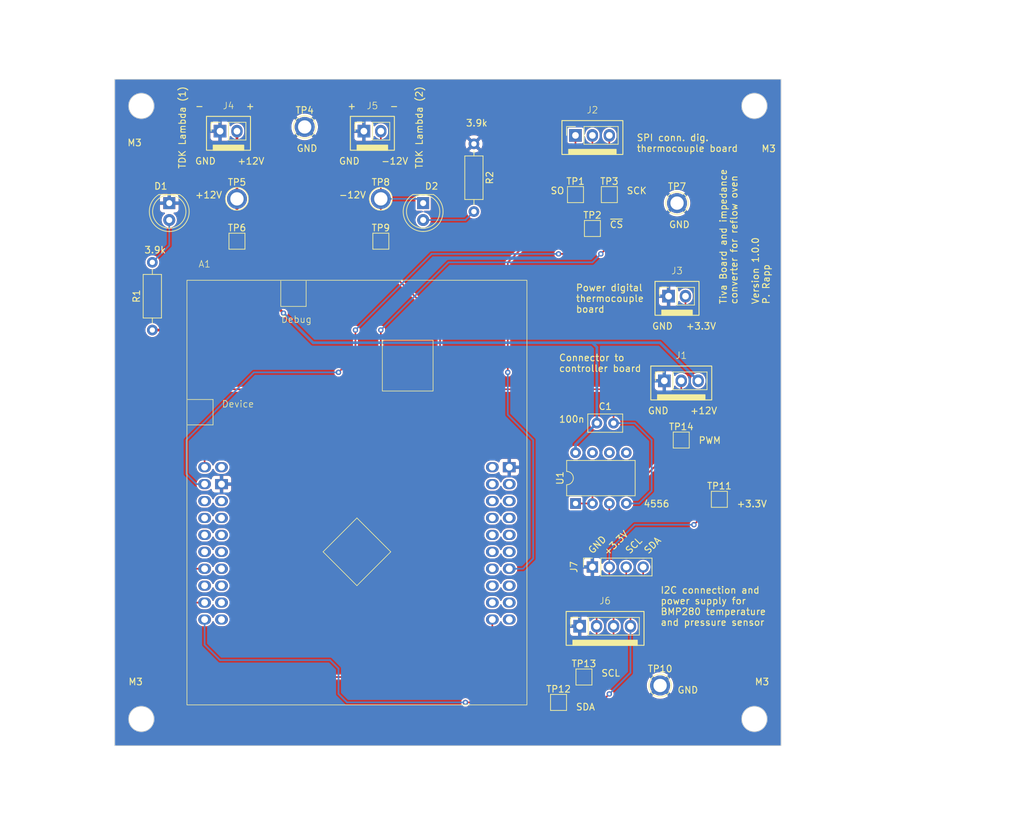
<source format=kicad_pcb>
(kicad_pcb (version 20221018) (generator pcbnew)
  (title_block (title "Reflow Oven Tiva and Impedance Converter") (date "2024-10-05") (rev "1.0.0") (company "Philipp Rapp"))
  (layers (0 "F.Cu" signal) (31 "B.Cu" signal) (34 "B.Paste" user) (35 "F.Paste" user) (36 "B.SilkS" user "B.Silkscreen") (37 "F.SilkS" user "F.Silkscreen") (38 "B.Mask" user) (39 "F.Mask" user) (44 "Edge.Cuts" user))
  (net 0 "")
  (net 1 "+3.3V")
  (net 2 "/~{CS}")
  (net 4 "/SCK")
  (net 5 "GND")
  (net 9 "/PF4")
  (net 11 "+12V")
  (net 12 "-12V")
  (net 13 "Net-(J1-Pin_2)")
  (net 18 "/SO")
  (net 19 "/BMP_SCL")
  (net 20 "/BMP_SDA")
  (net 21 "Net-(D1-A)")
  (net 22 "Net-(D2-A)")
  (footprint "connectors:printstecker_1x02_P2.54mm" (layer "F.Cu") (at 153.67 57.785)
    (fp_text reference "J5" (at 0 -3.81 unlocked) (layer "F.SilkS") (effects (font (thickness 0.1))))
    (fp_text value "Printstecker_1x02")
    (fp_line (start -2.6 -1.33) (end -1.27 -1.33) (stroke (width 0.12)) (layer "F.SilkS"))
    (fp_line (start -2.6 0) (end -2.6 -1.33) (stroke (width 0.12)) (layer "F.SilkS"))
    (fp_line (start 0 -1.33) (end 2.61 -1.33) (stroke (width 0.12)) (layer "F.SilkS"))
    (fp_line (start 0 1.33) (end 0 -1.33) (stroke (width 0.12)) (layer "F.SilkS"))
    (fp_line (start 0 1.33) (end 2.61 1.33) (stroke (width 0.12)) (layer "F.SilkS"))
    (fp_line (start 2.61 1.33) (end 2.61 -1.33) (stroke (width 0.12)) (layer "F.SilkS"))
    (fp_rect (start -3.302 -2.22) (end 3.302 2.86) (stroke (width 0.15)) (fill none) (layer "F.SilkS"))
    (fp_rect (start -2.286 2.098) (end 2.286 2.86) (stroke (width 0.15)) (fill solid) (layer "F.SilkS"))
    (pad "1" thru_hole rect (at -1.27 0 180) (size 1.9 1.9) (drill 1) (layers "*.Cu" "*.Mask") (net 5 "GND"))
    (pad "2" thru_hole oval (at 1.27 0 90) (size 1.9 1.7) (drill 1) (layers "*.Cu" "*.Mask") (net 12 "-12V"))
  )
  (footprint "TestPoint:TestPoint_Pad_2.0x2.0mm" (layer "F.Cu") (at 133.35 74.295)
    (fp_text reference "TP6" (at 0 -1.998) (layer "F.SilkS"))
    (fp_text value "TestPoint")
    (fp_line (start -1.2 -1.2) (end 1.2 -1.2) (stroke (width 0.12)) (layer "F.SilkS"))
    (fp_line (start -1.2 1.2) (end -1.2 -1.2) (stroke (width 0.12)) (layer "F.SilkS"))
    (fp_line (start 1.2 -1.2) (end 1.2 1.2) (stroke (width 0.12)) (layer "F.SilkS"))
    (fp_line (start 1.2 1.2) (end -1.2 1.2) (stroke (width 0.12)) (layer "F.SilkS"))
    (pad "1" smd rect (at 0 0) (size 2 2) (layers "F.Cu" "F.Mask") (net 11 "+12V"))
  )
  (footprint "Resistor_THT:R_Axial_DIN0207_L6.3mm_D2.5mm_P10.16mm_Horizontal" (layer "F.Cu") (at 168.91 59.69 -90)
    (fp_text reference "R2" (at 5.08 -2.37 90) (layer "F.SilkS"))
    (fp_text value "3.9k")
    (fp_line (start 1.04 0) (end 1.81 0) (stroke (width 0.12)) (layer "F.SilkS"))
    (fp_line (start 1.81 -1.37) (end 1.81 1.37) (stroke (width 0.12)) (layer "F.SilkS"))
    (fp_line (start 1.81 1.37) (end 8.35 1.37) (stroke (width 0.12)) (layer "F.SilkS"))
    (fp_line (start 8.35 -1.37) (end 1.81 -1.37) (stroke (width 0.12)) (layer "F.SilkS"))
    (fp_line (start 8.35 1.37) (end 8.35 -1.37) (stroke (width 0.12)) (layer "F.SilkS"))
    (fp_line (start 9.12 0) (end 8.35 0) (stroke (width 0.12)) (layer "F.SilkS"))
    (pad "1" thru_hole circle (at 0 0 270) (size 1.6 1.6) (drill 0.8) (layers "*.Cu" "*.Mask") (net 5 "GND"))
    (pad "2" thru_hole oval (at 10.16 0 270) (size 1.6 1.6) (drill 0.8) (layers "*.Cu" "*.Mask") (net 22 "Net-(D2-A)"))
  )
  (footprint "connectors:printstecker_1x02_P2.54mm" (layer "F.Cu") (at 199.39 82.55)
    (fp_text reference "J3" (at 0 -3.81 unlocked) (layer "F.SilkS") (effects (font (thickness 0.1))))
    (fp_text value "Printstecker_1x02")
    (fp_line (start -2.6 -1.33) (end -1.27 -1.33) (stroke (width 0.12)) (layer "F.SilkS"))
    (fp_line (start -2.6 0) (end -2.6 -1.33) (stroke (width 0.12)) (layer "F.SilkS"))
    (fp_line (start 0 -1.33) (end 2.61 -1.33) (stroke (width 0.12)) (layer "F.SilkS"))
    (fp_line (start 0 1.33) (end 0 -1.33) (stroke (width 0.12)) (layer "F.SilkS"))
    (fp_line (start 0 1.33) (end 2.61 1.33) (stroke (width 0.12)) (layer "F.SilkS"))
    (fp_line (start 2.61 1.33) (end 2.61 -1.33) (stroke (width 0.12)) (layer "F.SilkS"))
    (fp_rect (start -3.302 -2.22) (end 3.302 2.86) (stroke (width 0.15)) (fill none) (layer "F.SilkS"))
    (fp_rect (start -2.286 2.098) (end 2.286 2.86) (stroke (width 0.15)) (fill solid) (layer "F.SilkS"))
    (pad "1" thru_hole rect (at -1.27 0 180) (size 1.9 1.9) (drill 1) (layers "*.Cu" "*.Mask") (net 5 "GND"))
    (pad "2" thru_hole oval (at 1.27 0 90) (size 1.9 1.7) (drill 1) (layers "*.Cu" "*.Mask") (net 1 "+3.3V"))
  )
  (footprint "TestPoint:TestPoint_Pad_2.0x2.0mm" (layer "F.Cu") (at 205.74 113.03)
    (fp_text reference "TP11" (at 0 -1.998) (layer "F.SilkS"))
    (fp_text value "TestPoint")
    (fp_line (start -1.2 -1.2) (end 1.2 -1.2) (stroke (width 0.12)) (layer "F.SilkS"))
    (fp_line (start -1.2 1.2) (end -1.2 -1.2) (stroke (width 0.12)) (layer "F.SilkS"))
    (fp_line (start 1.2 -1.2) (end 1.2 1.2) (stroke (width 0.12)) (layer "F.SilkS"))
    (fp_line (start 1.2 1.2) (end -1.2 1.2) (stroke (width 0.12)) (layer "F.SilkS"))
    (pad "1" smd rect (at 0 0) (size 2 2) (layers "F.Cu" "F.Mask") (net 1 "+3.3V"))
  )
  (footprint "TestPoint:TestPoint_Pad_2.0x2.0mm" (layer "F.Cu") (at 181.61 143.51)
    (fp_text reference "TP12" (at 0 -1.998) (layer "F.SilkS"))
    (fp_text value "TestPoint")
    (fp_line (start -1.2 -1.2) (end 1.2 -1.2) (stroke (width 0.12)) (layer "F.SilkS"))
    (fp_line (start -1.2 1.2) (end -1.2 -1.2) (stroke (width 0.12)) (layer "F.SilkS"))
    (fp_line (start 1.2 -1.2) (end 1.2 1.2) (stroke (width 0.12)) (layer "F.SilkS"))
    (fp_line (start 1.2 1.2) (end -1.2 1.2) (stroke (width 0.12)) (layer "F.SilkS"))
    (pad "1" smd rect (at 0 0) (size 2 2) (layers "F.Cu" "F.Mask") (net 20 "/BMP_SDA"))
  )
  (footprint "LED_THT:LED_D5.0mm" (layer "F.Cu") (at 161.29 68.58 -90)
    (fp_text reference "D2" (at -2.54 -1.27) (layer "F.SilkS"))
    (fp_text value "LED")
    (fp_line (start -1.29 -1.545) (end -1.29 1.545) (stroke (width 0.12)) (layer "F.SilkS"))
    (fp_arc (start -1.29 -1.54483) (mid 2.072002 -2.880433) (end 4.26 0.000462) (stroke (width 0.12)) (layer "F.SilkS"))
    (fp_arc (start 4.26 -0.000462) (mid 2.072002 2.880433) (end -1.29 1.54483) (stroke (width 0.12)) (layer "F.SilkS"))
    (fp_circle (center 1.27 0) (end 3.77 0) (stroke (width 0.12)) (fill none) (layer "F.SilkS"))
    (pad "1" thru_hole rect (at 0 0 270) (size 1.8 1.8) (drill 0.9) (layers "*.Cu" "*.Mask") (net 12 "-12V"))
    (pad "2" thru_hole circle (at 2.54 0 270) (size 1.8 1.8) (drill 0.9) (layers "*.Cu" "*.Mask") (net 22 "Net-(D2-A)"))
  )
  (footprint "Connector_PinSocket_2.54mm:PinSocket_1x04_P2.54mm_Vertical" (layer "F.Cu") (at 186.69 123.19 90)
    (fp_text reference "J7" (at 0 -2.77 90) (layer "F.SilkS"))
    (fp_text value "Conn_01x04_Socket")
    (fp_line (start -1.33 1.27) (end -1.33 8.95) (stroke (width 0.12)) (layer "F.SilkS"))
    (fp_line (start -1.33 1.27) (end 1.33 1.27) (stroke (width 0.12)) (layer "F.SilkS"))
    (fp_line (start -1.33 8.95) (end 1.33 8.95) (stroke (width 0.12)) (layer "F.SilkS"))
    (fp_line (start 0 -1.33) (end 1.33 -1.33) (stroke (width 0.12)) (layer "F.SilkS"))
    (fp_line (start 1.33 -1.33) (end 1.33 0) (stroke (width 0.12)) (layer "F.SilkS"))
    (fp_line (start 1.33 1.27) (end 1.33 8.95) (stroke (width 0.12)) (layer "F.SilkS"))
    (pad "1" thru_hole rect (at 0 0 90) (size 1.7 1.7) (drill 1) (layers "*.Cu" "*.Mask") (net 5 "GND"))
    (pad "2" thru_hole oval (at 0 2.54 90) (size 1.7 1.7) (drill 1) (layers "*.Cu" "*.Mask") (net 1 "+3.3V"))
    (pad "3" thru_hole oval (at 0 5.08 90) (size 1.7 1.7) (drill 1) (layers "*.Cu" "*.Mask") (net 19 "/BMP_SCL"))
    (pad "4" thru_hole oval (at 0 7.62 90) (size 1.7 1.7) (drill 1) (layers "*.Cu" "*.Mask") (net 20 "/BMP_SDA"))
  )
  (footprint "TestPoint:TestPoint_Plated_Hole_D2.0mm" (layer "F.Cu") (at 133.35 67.945)
    (fp_text reference "TP5" (at 0 -2.498) (layer "F.SilkS"))
    (fp_text value "TestPoint")
    (fp_circle (center 0 0) (end 0 -1.7) (stroke (width 0.12)) (fill none) (layer "F.SilkS"))
    (pad "1" thru_hole circle (at 0 0) (size 3 3) (drill 2) (layers "*.Cu" "*.Mask") (net 11 "+12V"))
  )
  (footprint "Resistor_THT:R_Axial_DIN0207_L6.3mm_D2.5mm_P10.16mm_Horizontal" (layer "F.Cu") (at 120.65 87.63 90)
    (fp_text reference "R1" (at 5.08 -2.37 90) (layer "F.SilkS"))
    (fp_text value "3.9k")
    (fp_line (start 1.04 0) (end 1.81 0) (stroke (width 0.12)) (layer "F.SilkS"))
    (fp_line (start 1.81 -1.37) (end 1.81 1.37) (stroke (width 0.12)) (layer "F.SilkS"))
    (fp_line (start 1.81 1.37) (end 8.35 1.37) (stroke (width 0.12)) (layer "F.SilkS"))
    (fp_line (start 8.35 -1.37) (end 1.81 -1.37) (stroke (width 0.12)) (layer "F.SilkS"))
    (fp_line (start 8.35 1.37) (end 8.35 -1.37) (stroke (width 0.12)) (layer "F.SilkS"))
    (fp_line (start 9.12 0) (end 8.35 0) (stroke (width 0.12)) (layer "F.SilkS"))
    (pad "1" thru_hole circle (at 0 0 90) (size 1.6 1.6) (drill 0.8) (layers "*.Cu" "*.Mask") (net 11 "+12V"))
    (pad "2" thru_hole oval (at 10.16 0 90) (size 1.6 1.6) (drill 0.8) (layers "*.Cu" "*.Mask") (net 21 "Net-(D1-A)"))
  )
  (footprint "TestPoint:TestPoint_Pad_2.0x2.0mm" (layer "F.Cu") (at 200.025 104.14)
    (fp_text reference "TP14" (at 0 -1.998) (layer "F.SilkS"))
    (fp_text value "TestPoint")
    (fp_line (start -1.2 -1.2) (end 1.2 -1.2) (stroke (width 0.12)) (layer "F.SilkS"))
    (fp_line (start -1.2 1.2) (end -1.2 -1.2) (stroke (width 0.12)) (layer "F.SilkS"))
    (fp_line (start 1.2 -1.2) (end 1.2 1.2) (stroke (width 0.12)) (layer "F.SilkS"))
    (fp_line (start 1.2 1.2) (end -1.2 1.2) (stroke (width 0.12)) (layer "F.SilkS"))
    (pad "1" smd rect (at 0 0) (size 2 2) (layers "F.Cu" "F.Mask") (net 13 "Net-(J1-Pin_2)"))
  )
  (footprint "TestPoint:TestPoint_Plated_Hole_D2.0mm" (layer "F.Cu") (at 199.39 68.58)
    (fp_text reference "TP7" (at 0 -2.498) (layer "F.SilkS"))
    (fp_text value "TestPoint")
    (fp_circle (center 0 0) (end 0 -1.7) (stroke (width 0.12)) (fill none) (layer "F.SilkS"))
    (pad "1" thru_hole circle (at 0 0) (size 3 3) (drill 2) (layers "*.Cu" "*.Mask") (net 5 "GND"))
  )
  (footprint "TestPoint:TestPoint_Pad_2.0x2.0mm" (layer "F.Cu") (at 186.69 72.39)
    (fp_text reference "TP2" (at 0 -1.998) (layer "F.SilkS"))
    (fp_text value "TestPoint")
    (fp_line (start -1.2 -1.2) (end 1.2 -1.2) (stroke (width 0.12)) (layer "F.SilkS"))
    (fp_line (start -1.2 1.2) (end -1.2 -1.2) (stroke (width 0.12)) (layer "F.SilkS"))
    (fp_line (start 1.2 -1.2) (end 1.2 1.2) (stroke (width 0.12)) (layer "F.SilkS"))
    (fp_line (start 1.2 1.2) (end -1.2 1.2) (stroke (width 0.12)) (layer "F.SilkS"))
    (pad "1" smd rect (at 0 0) (size 2 2) (layers "F.Cu" "F.Mask") (net 2 "/~{CS}"))
  )
  (footprint "LED_THT:LED_D5.0mm" (layer "F.Cu") (at 123.19 68.58 -90)
    (fp_text reference "D1" (at -2.54 1.27 -180) (layer "F.SilkS"))
    (fp_text value "LED")
    (fp_line (start -1.29 -1.545) (end -1.29 1.545) (stroke (width 0.12)) (layer "F.SilkS"))
    (fp_arc (start -1.29 -1.54483) (mid 2.072002 -2.880433) (end 4.26 0.000462) (stroke (width 0.12)) (layer "F.SilkS"))
    (fp_arc (start 4.26 -0.000462) (mid 2.072002 2.880433) (end -1.29 1.54483) (stroke (width 0.12)) (layer "F.SilkS"))
    (fp_circle (center 1.27 0) (end 3.77 0) (stroke (width 0.12)) (fill none) (layer "F.SilkS"))
    (pad "1" thru_hole rect (at 0 0 270) (size 1.8 1.8) (drill 0.9) (layers "*.Cu" "*.Mask") (net 5 "GND"))
    (pad "2" thru_hole circle (at 2.54 0 270) (size 1.8 1.8) (drill 0.9) (layers "*.Cu" "*.Mask") (net 21 "Net-(D1-A)"))
  )
  (footprint "cortex:TM4C123G_EvalBoard" (layer "F.Cu") (at 151.354 120.91)
    (fp_text reference "A1" (at -22.86 -43.18 unlocked) (layer "F.SilkS") (effects (font (thickness 0.1))))
    (fp_text value "TM4C123G_EvalBoard")
    (fp_text user "Device" (at -20.32 -21.59 unlocked) (layer "F.SilkS") (effects (font (thickness 0.1)) (justify left bottom)))
    (fp_text user "Debug" (at -11.43 -34.29 unlocked) (layer "F.SilkS") (effects (font (thickness 0.1)) (justify left bottom)))
    (fp_line (start -25.4 -22.86) (end -21.59 -22.86) (stroke (width 0.1)) (layer "F.SilkS"))
    (fp_line (start -21.59 -22.86) (end -21.59 -19.05) (stroke (width 0.1)) (layer "F.SilkS"))
    (fp_line (start -21.59 -19.05) (end -25.4 -19.05) (stroke (width 0.1)) (layer "F.SilkS"))
    (fp_line (start -11.43 -40.64) (end -11.43 -36.83) (stroke (width 0.1)) (layer "F.SilkS"))
    (fp_line (start -11.43 -36.83) (end -7.62 -36.83) (stroke (width 0.1)) (layer "F.SilkS"))
    (fp_line (start -7.62 -36.83) (end -7.62 -40.64) (stroke (width 0.1)) (layer "F.SilkS"))
    (fp_line (start -5.08 0) (end 0 5.08) (stroke (width 0.1)) (layer "F.SilkS"))
    (fp_line (start 0 -5.08) (end -5.08 0) (stroke (width 0.1)) (layer "F.SilkS"))
    (fp_line (start 0 5.08) (end 5.08 0) (stroke (width 0.1)) (layer "F.SilkS"))
    (fp_line (start 5.08 0) (end 0 -5.08) (stroke (width 0.1)) (layer "F.SilkS"))
    (fp_rect (start -25.51 -40.75) (end 25.51 22.97) (stroke (width 0.1)) (fill none) (layer "F.SilkS"))
    (fp_rect (start 3.81 -31.75) (end 11.43 -24.13) (stroke (width 0.1)) (fill none) (layer "F.SilkS"))
    (pad "1" thru_hole oval (at -22.86 -12.7) (size 1.92 1.52) (drill 1.02) (layers "*.Cu" "*.Mask") (net 1 "+3.3V"))
    (pad "2" thru_hole oval (at -22.86 -10.16) (size 1.92 1.52) (drill 1.02) (layers "*.Cu" "*.Mask") (net 2 "/~{CS}"))
    (pad "3" thru_hole oval (at -22.86 -7.62) (size 1.92 1.52) (drill 1.02) (layers "*.Cu" "*.Mask"))
    (pad "4" thru_hole oval (at -22.86 -5.08) (size 1.92 1.52) (drill 1.02) (layers "*.Cu" "*.Mask"))
    (pad "5" thru_hole oval (at -22.86 -2.54) (size 1.92 1.52) (drill 1.02) (layers "*.Cu" "*.Mask"))
    (pad "6" thru_hole oval (at -22.86 0) (size 1.92 1.52) (drill 1.02) (layers "*.Cu" "*.Mask"))
    (pad "7" thru_hole oval (at -22.86 2.54) (size 1.92 1.52) (drill 1.02) (layers "*.Cu" "*.Mask") (net 4 "/SCK"))
    (pad "8" thru_hole oval (at -22.86 5.08) (size 1.92 1.52) (drill 1.02) (layers "*.Cu" "*.Mask"))
    (pad "9" thru_hole oval (at -22.86 7.62) (size 1.92 1.52) (drill 1.02) (layers "*.Cu" "*.Mask") (net 19 "/BMP_SCL"))
    (pad "10" thru_hole oval (at -22.86 10.16) (size 1.92 1.52) (drill 1.02) (layers "*.Cu" "*.Mask") (net 20 "/BMP_SDA"))
    (pad "11" thru_hole oval (at -20.32 -12.7) (size 1.92 1.52) (drill 1.02) (layers "*.Cu" "*.Mask"))
    (pad "12" thru_hole rect (at -20.32 -10.16) (size 1.92 1.52) (drill 1.02) (layers "*.Cu" "*.Mask") (net 5 "GND"))
    (pad "13" thru_hole oval (at -20.32 -7.62) (size 1.92 1.52) (drill 1.02) (layers "*.Cu" "*.Mask"))
    (pad "14" thru_hole oval (at -20.32 -5.08) (size 1.92 1.52) (drill 1.02) (layers "*.Cu" "*.Mask"))
    (pad "15" thru_hole oval (at -20.32 -2.54) (size 1.92 1.52) (drill 1.02) (layers "*.Cu" "*.Mask"))
    (pad "16" thru_hole oval (at -20.32 0) (size 1.92 1.52) (drill 1.02) (layers "*.Cu" "*.Mask"))
    (pad "17" thru_hole oval (at -20.32 2.54) (size 1.92 1.52) (drill 1.02) (layers "*.Cu" "*.Mask"))
    (pad "18" thru_hole oval (at -20.32 5.08) (size 1.92 1.52) (drill 1.02) (layers "*.Cu" "*.Mask"))
    (pad "19" thru_hole oval (at -20.32 7.62) (size 1.92 1.52) (drill 1.02) (layers "*.Cu" "*.Mask"))
    (pad "20" thru_hole oval (at -20.32 10.16) (size 1.92 1.52) (drill 1.02) (layers "*.Cu" "*.Mask"))
    (pad "21" thru_hole oval (at 20.32 -12.7) (size 1.92 1.52) (drill 1.02) (layers "*.Cu" "*.Mask"))
    (pad "22" thru_hole oval (at 20.32 -10.16) (size 1.92 1.52) (drill 1.02) (layers "*.Cu" "*.Mask"))
    (pad "23" thru_hole oval (at 20.32 -7.62) (size 1.92 1.52) (drill 1.02) (layers "*.Cu" "*.Mask"))
    (pad "24" thru_hole oval (at 20.32 -5.08) (size 1.92 1.52) (drill 1.02) (layers "*.Cu" "*.Mask"))
    (pad "25" thru_hole oval (at 20.32 -2.54) (size 1.92 1.52) (drill 1.02) (layers "*.Cu" "*.Mask"))
    (pad "26" thru_hole oval (at 20.32 0) (size 1.92 1.52) (drill 1.02) (layers "*.Cu" "*.Mask"))
    (pad "27" thru_hole oval (at 20.32 2.54) (size 1.92 1.52) (drill 1.02) (layers "*.Cu" "*.Mask"))
    (pad "28" thru_hole oval (at 20.32 5.08) (size 1.92 1.52) (drill 1.02) (layers "*.Cu" "*.Mask"))
    (pad "29" thru_hole oval (at 20.32 7.62) (size 1.92 1.52) (drill 1.02) (layers "*.Cu" "*.Mask"))
    (pad "30" thru_hole oval (at 20.32 10.16) (size 1.92 1.52) (drill 1.02) (layers "*.Cu" "*.Mask") (net 9 "/PF4"))
    (pad "31" thru_hole rect (at 22.86 -12.7) (size 1.92 1.52) (drill 1.02) (layers "*.Cu" "*.Mask") (net 5 "GND"))
    (pad "32" thru_hole oval (at 22.86 -10.16) (size 1.92 1.52) (drill 1.02) (layers "*.Cu" "*.Mask"))
    (pad "33" thru_hole oval (at 22.86 -7.62) (size 1.92 1.52) (drill 1.02) (layers "*.Cu" "*.Mask"))
    (pad "34" thru_hole oval (at 22.86 -5.08) (size 1.92 1.52) (drill 1.02) (layers "*.Cu" "*.Mask"))
    (pad "35" thru_hole oval (at 22.86 -2.54) (size 1.92 1.52) (drill 1.02) (layers "*.Cu" "*.Mask"))
    (pad "36" thru_hole oval (at 22.86 0) (size 1.92 1.52) (drill 1.02) (layers "*.Cu" "*.Mask"))
    (pad "37" thru_hole oval (at 22.86 2.54) (size 1.92 1.52) (drill 1.02) (layers "*.Cu" "*.Mask") (net 18 "/SO"))
    (pad "38" thru_hole oval (at 22.86 5.08) (size 1.92 1.52) (drill 1.02) (layers "*.Cu" "*.Mask"))
    (pad "39" thru_hole oval (at 22.86 7.62) (size 1.92 1.52) (drill 1.02) (layers "*.Cu" "*.Mask"))
    (pad "40" thru_hole oval (at 22.86 10.16) (size 1.92 1.52) (drill 1.02) (layers "*.Cu" "*.Mask"))
  )
  (footprint "connectors:printstecker_1x02_P2.54mm" (layer "F.Cu") (at 132.08 57.785)
    (fp_text reference "J4" (at 0 -3.81 unlocked) (layer "F.SilkS") (effects (font (thickness 0.1))))
    (fp_text value "Printstecker_1x02")
    (fp_line (start -2.6 -1.33) (end -1.27 -1.33) (stroke (width 0.12)) (layer "F.SilkS"))
    (fp_line (start -2.6 0) (end -2.6 -1.33) (stroke (width 0.12)) (layer "F.SilkS"))
    (fp_line (start 0 -1.33) (end 2.61 -1.33) (stroke (width 0.12)) (layer "F.SilkS"))
    (fp_line (start 0 1.33) (end 0 -1.33) (stroke (width 0.12)) (layer "F.SilkS"))
    (fp_line (start 0 1.33) (end 2.61 1.33) (stroke (width 0.12)) (layer "F.SilkS"))
    (fp_line (start 2.61 1.33) (end 2.61 -1.33) (stroke (width 0.12)) (layer "F.SilkS"))
    (fp_rect (start -3.302 -2.22) (end 3.302 2.86) (stroke (width 0.15)) (fill none) (layer "F.SilkS"))
    (fp_rect (start -2.286 2.098) (end 2.286 2.86) (stroke (width 0.15)) (fill solid) (layer "F.SilkS"))
    (pad "1" thru_hole rect (at -1.27 0 180) (size 1.9 1.9) (drill 1) (layers "*.Cu" "*.Mask") (net 5 "GND"))
    (pad "2" thru_hole oval (at 1.27 0 90) (size 1.9 1.7) (drill 1) (layers "*.Cu" "*.Mask") (net 11 "+12V"))
  )
  (footprint "connectors:printstecker_1x03_P2.54mm" (layer "F.Cu") (at 186.69 58.42)
    (fp_text reference "J2" (at 0 -3.81 unlocked) (layer "F.SilkS") (effects (font (thickness 0.1))))
    (fp_text value "Printstecker_1x03")
    (fp_line (start -3.87 -1.33) (end -2.54 -1.33) (stroke (width 0.12)) (layer "F.SilkS"))
    (fp_line (start -3.87 0) (end -3.87 -1.33) (stroke (width 0.12)) (layer "F.SilkS"))
    (fp_line (start -1.27 -1.33) (end 3.87 -1.33) (stroke (width 0.12)) (layer "F.SilkS"))
    (fp_line (start -1.27 1.33) (end -1.27 -1.33) (stroke (width 0.12)) (layer "F.SilkS"))
    (fp_line (start -1.27 1.33) (end 3.87 1.33) (stroke (width 0.12)) (layer "F.SilkS"))
    (fp_line (start 3.87 1.33) (end 3.87 -1.33) (stroke (width 0.12)) (layer "F.SilkS"))
    (fp_rect (start -4.572 -2.22) (end 4.572 2.86) (stroke (width 0.15)) (fill none) (layer "F.SilkS"))
    (fp_rect (start -3.556 2.098) (end 3.556 2.86) (stroke (width 0.15)) (fill solid) (layer "F.SilkS"))
    (pad "1" thru_hole rect (at -2.54 0 90) (size 1.9 1.9) (drill 1) (layers "*.Cu" "*.Mask") (net 18 "/SO"))
    (pad "2" thru_hole oval (at 0 0 90) (size 1.9 1.7) (drill 1) (layers "*.Cu" "*.Mask") (net 2 "/~{CS}"))
    (pad "3" thru_hole oval (at 2.54 0 90) (size 1.9 1.7) (drill 1) (layers "*.Cu" "*.Mask") (net 4 "/SCK"))
  )
  (footprint "Capacitor_THT:C_Disc_D5.0mm_W2.5mm_P2.50mm" (layer "F.Cu") (at 187.365 101.6)
    (fp_text reference "C1" (at 1.25 -2.5) (layer "F.SilkS"))
    (fp_text value "100n")
    (fp_line (start -1.37 -1.37) (end -1.37 1.37) (stroke (width 0.12)) (layer "F.SilkS"))
    (fp_line (start -1.37 -1.37) (end 3.87 -1.37) (stroke (width 0.12)) (layer "F.SilkS"))
    (fp_line (start -1.37 1.37) (end 3.87 1.37) (stroke (width 0.12)) (layer "F.SilkS"))
    (fp_line (start 3.87 -1.37) (end 3.87 1.37) (stroke (width 0.12)) (layer "F.SilkS"))
    (pad "1" thru_hole circle (at 0 0) (size 1.6 1.6) (drill 0.8) (layers "*.Cu" "*.Mask") (net 11 "+12V"))
    (pad "2" thru_hole circle (at 2.5 0) (size 1.6 1.6) (drill 0.8) (layers "*.Cu" "*.Mask") (net 12 "-12V"))
  )
  (footprint "TestPoint:TestPoint_Pad_2.0x2.0mm" (layer "F.Cu") (at 184.15 67.31)
    (fp_text reference "TP1" (at 0 -1.998) (layer "F.SilkS"))
    (fp_text value "TestPoint")
    (fp_line (start -1.2 -1.2) (end 1.2 -1.2) (stroke (width 0.12)) (layer "F.SilkS"))
    (fp_line (start -1.2 1.2) (end -1.2 -1.2) (stroke (width 0.12)) (layer "F.SilkS"))
    (fp_line (start 1.2 -1.2) (end 1.2 1.2) (stroke (width 0.12)) (layer "F.SilkS"))
    (fp_line (start 1.2 1.2) (end -1.2 1.2) (stroke (width 0.12)) (layer "F.SilkS"))
    (pad "1" smd rect (at 0 0) (size 2 2) (layers "F.Cu" "F.Mask") (net 18 "/SO"))
  )
  (footprint "TestPoint:TestPoint_Plated_Hole_D2.0mm" (layer "F.Cu") (at 196.85 140.97)
    (fp_text reference "TP10" (at 0 -2.498) (layer "F.SilkS"))
    (fp_text value "TestPoint")
    (fp_circle (center 0 0) (end 0 -1.7) (stroke (width 0.12)) (fill none) (layer "F.SilkS"))
    (pad "1" thru_hole circle (at 0 0) (size 3 3) (drill 2) (layers "*.Cu" "*.Mask") (net 5 "GND"))
  )
  (footprint "Package_DIP:DIP-8_W7.62mm" (layer "F.Cu") (at 184.16 113.655 90)
    (fp_text reference "U1" (at 3.81 -2.33 90) (layer "F.SilkS"))
    (fp_text value "NJM4556A")
    (fp_line (start 1.16 -1.33) (end 1.16 8.95) (stroke (width 0.12)) (layer "F.SilkS"))
    (fp_line (start 1.16 8.95) (end 6.46 8.95) (stroke (width 0.12)) (layer "F.SilkS"))
    (fp_line (start 2.81 -1.33) (end 1.16 -1.33) (stroke (width 0.12)) (layer "F.SilkS"))
    (fp_line (start 6.46 -1.33) (end 4.81 -1.33) (stroke (width 0.12)) (layer "F.SilkS"))
    (fp_line (start 6.46 8.95) (end 6.46 -1.33) (stroke (width 0.12)) (layer "F.SilkS"))
    (fp_arc (start 4.81 -1.33) (mid 3.81 -0.33) (end 2.81 -1.33) (stroke (width 0.12)) (layer "F.SilkS"))
    (pad "1" thru_hole rect (at 0 0 90) (size 1.6 1.6) (drill 0.8) (layers "*.Cu" "*.Mask") (net 13 "Net-(J1-Pin_2)"))
    (pad "2" thru_hole oval (at 0 2.54 90) (size 1.6 1.6) (drill 0.8) (layers "*.Cu" "*.Mask") (net 13 "Net-(J1-Pin_2)"))
    (pad "3" thru_hole oval (at 0 5.08 90) (size 1.6 1.6) (drill 0.8) (layers "*.Cu" "*.Mask") (net 9 "/PF4"))
    (pad "4" thru_hole oval (at 0 7.62 90) (size 1.6 1.6) (drill 0.8) (layers "*.Cu" "*.Mask") (net 12 "-12V"))
    (pad "5" thru_hole oval (at 7.62 7.62 90) (size 1.6 1.6) (drill 0.8) (layers "*.Cu" "*.Mask"))
    (pad "6" thru_hole oval (at 7.62 5.08 90) (size 1.6 1.6) (drill 0.8) (layers "*.Cu" "*.Mask"))
    (pad "7" thru_hole oval (at 7.62 2.54 90) (size 1.6 1.6) (drill 0.8) (layers "*.Cu" "*.Mask"))
    (pad "8" thru_hole oval (at 7.62 0 90) (size 1.6 1.6) (drill 0.8) (layers "*.Cu" "*.Mask") (net 11 "+12V"))
  )
  (footprint "TestPoint:TestPoint_Pad_2.0x2.0mm" (layer "F.Cu") (at 185.42 139.7)
    (fp_text reference "TP13" (at 0 -1.998) (layer "F.SilkS"))
    (fp_text value "TestPoint")
    (fp_line (start -1.2 -1.2) (end 1.2 -1.2) (stroke (width 0.12)) (layer "F.SilkS"))
    (fp_line (start -1.2 1.2) (end -1.2 -1.2) (stroke (width 0.12)) (layer "F.SilkS"))
    (fp_line (start 1.2 -1.2) (end 1.2 1.2) (stroke (width 0.12)) (layer "F.SilkS"))
    (fp_line (start 1.2 1.2) (end -1.2 1.2) (stroke (width 0.12)) (layer "F.SilkS"))
    (pad "1" smd rect (at 0 0) (size 2 2) (layers "F.Cu" "F.Mask") (net 19 "/BMP_SCL"))
  )
  (footprint "TestPoint:TestPoint_Plated_Hole_D2.0mm" (layer "F.Cu") (at 143.51 57.15)
    (fp_text reference "TP4" (at 0 -2.498) (layer "F.SilkS"))
    (fp_text value "TestPoint")
    (fp_circle (center 0 0) (end 0 -1.7) (stroke (width 0.12)) (fill none) (layer "F.SilkS"))
    (pad "1" thru_hole circle (at 0 0) (size 3 3) (drill 2) (layers "*.Cu" "*.Mask") (net 5 "GND"))
  )
  (footprint "TestPoint:TestPoint_Plated_Hole_D2.0mm" (layer "F.Cu") (at 154.94 67.945)
    (fp_text reference "TP8" (at 0 -2.498) (layer "F.SilkS"))
    (fp_text value "TestPoint")
    (fp_circle (center 0 0) (end 0 -1.7) (stroke (width 0.12)) (fill none) (layer "F.SilkS"))
    (pad "1" thru_hole circle (at 0 0) (size 3 3) (drill 2) (layers "*.Cu" "*.Mask") (net 12 "-12V"))
  )
  (footprint "TestPoint:TestPoint_Pad_2.0x2.0mm" (layer "F.Cu") (at 154.94 74.295)
    (fp_text reference "TP9" (at 0 -1.998) (layer "F.SilkS"))
    (fp_text value "TestPoint")
    (fp_line (start -1.2 -1.2) (end 1.2 -1.2) (stroke (width 0.12)) (layer "F.SilkS"))
    (fp_line (start -1.2 1.2) (end -1.2 -1.2) (stroke (width 0.12)) (layer "F.SilkS"))
    (fp_line (start 1.2 -1.2) (end 1.2 1.2) (stroke (width 0.12)) (layer "F.SilkS"))
    (fp_line (start 1.2 1.2) (end -1.2 1.2) (stroke (width 0.12)) (layer "F.SilkS"))
    (pad "1" smd rect (at 0 0) (size 2 2) (layers "F.Cu" "F.Mask") (net 12 "-12V"))
  )
  (footprint "connectors:printstecker_1x04_P2.54mm" (layer "F.Cu") (at 188.595 132.08)
    (fp_text reference "J6" (at 0 -3.81 unlocked) (layer "F.SilkS") (effects (font (thickness 0.1))))
    (fp_text value "Printstecker_1x04")
    (fp_line (start -5.14 -1.33) (end -3.81 -1.33) (stroke (width 0.12)) (layer "F.SilkS"))
    (fp_line (start -5.14 0) (end -5.14 -1.33) (stroke (width 0.12)) (layer "F.SilkS"))
    (fp_line (start -2.54 -1.33) (end 5.14 -1.33) (stroke (width 0.12)) (layer "F.SilkS"))
    (fp_line (start -2.54 1.33) (end -2.54 -1.33) (stroke (width 0.12)) (layer "F.SilkS"))
    (fp_line (start -2.54 1.33) (end 5.14 1.33) (stroke (width 0.12)) (layer "F.SilkS"))
    (fp_line (start 5.14 1.33) (end 5.14 -1.33) (stroke (width 0.12)) (layer "F.SilkS"))
    (fp_rect (start -5.842 -2.22) (end 5.842 2.86) (stroke (width 0.15)) (fill none) (layer "F.SilkS"))
    (fp_rect (start -4.826 2.098) (end 4.826 2.86) (stroke (width 0.15)) (fill solid) (layer "F.SilkS"))
    (pad "1" thru_hole rect (at -3.81 0 90) (size 1.9 1.9) (drill 1) (layers "*.Cu" "*.Mask") (net 5 "GND"))
    (pad "2" thru_hole oval (at -1.27 0 90) (size 1.9 1.7) (drill 1) (layers "*.Cu" "*.Mask") (net 1 "+3.3V"))
    (pad "3" thru_hole oval (at 1.27 0 90) (size 1.9 1.7) (drill 1) (layers "*.Cu" "*.Mask") (net 19 "/BMP_SCL"))
    (pad "4" thru_hole oval (at 3.81 0 90) (size 1.9 1.7) (drill 1) (layers "*.Cu" "*.Mask") (net 20 "/BMP_SDA"))
  )
  (footprint "TestPoint:TestPoint_Pad_2.0x2.0mm" (layer "F.Cu") (at 189.23 67.31)
    (fp_text reference "TP3" (at 0 -1.998) (layer "F.SilkS"))
    (fp_text value "TestPoint")
    (fp_line (start -1.2 -1.2) (end 1.2 -1.2) (stroke (width 0.12)) (layer "F.SilkS"))
    (fp_line (start -1.2 1.2) (end -1.2 -1.2) (stroke (width 0.12)) (layer "F.SilkS"))
    (fp_line (start 1.2 -1.2) (end 1.2 1.2) (stroke (width 0.12)) (layer "F.SilkS"))
    (fp_line (start 1.2 1.2) (end -1.2 1.2) (stroke (width 0.12)) (layer "F.SilkS"))
    (pad "1" smd rect (at 0 0) (size 2 2) (layers "F.Cu" "F.Mask") (net 4 "/SCK"))
  )
  (footprint "connectors:printstecker_1x03_P2.54mm" (layer "F.Cu") (at 200.025 95.25)
    (fp_text reference "J1" (at 0 -3.81 unlocked) (layer "F.SilkS") (effects (font (thickness 0.1))))
    (fp_text value "Printstecker_1x03")
    (fp_line (start -3.87 -1.33) (end -2.54 -1.33) (stroke (width 0.12)) (layer "F.SilkS"))
    (fp_line (start -3.87 0) (end -3.87 -1.33) (stroke (width 0.12)) (layer "F.SilkS"))
    (fp_line (start -1.27 -1.33) (end 3.87 -1.33) (stroke (width 0.12)) (layer "F.SilkS"))
    (fp_line (start -1.27 1.33) (end -1.27 -1.33) (stroke (width 0.12)) (layer "F.SilkS"))
    (fp_line (start -1.27 1.33) (end 3.87 1.33) (stroke (width 0.12)) (layer "F.SilkS"))
    (fp_line (start 3.87 1.33) (end 3.87 -1.33) (stroke (width 0.12)) (layer "F.SilkS"))
    (fp_rect (start -4.572 -2.22) (end 4.572 2.86) (stroke (width 0.15)) (fill none) (layer "F.SilkS"))
    (fp_rect (start -3.556 2.098) (end 3.556 2.86) (stroke (width 0.15)) (fill solid) (layer "F.SilkS"))
    (pad "1" thru_hole rect (at -2.54 0 90) (size 1.9 1.9) (drill 1) (layers "*.Cu" "*.Mask") (net 5 "GND"))
    (pad "2" thru_hole oval (at 0 0 90) (size 1.9 1.7) (drill 1) (layers "*.Cu" "*.Mask") (net 13 "Net-(J1-Pin_2)"))
    (pad "3" thru_hole oval (at 2.54 0 90) (size 1.9 1.7) (drill 1) (layers "*.Cu" "*.Mask") (net 11 "+12V"))
  )
  (gr_circle (center 211 146) (end 212.9 146) (stroke (width 0.1)) (fill none) (layer "Edge.Cuts"))
  (gr_circle (center 119 146) (end 120.9 146) (stroke (width 0.1)) (fill none) (layer "Edge.Cuts"))
  (gr_circle (center 211 54) (end 212.9 54) (stroke (width 0.1)) (fill none) (layer "Edge.Cuts"))
  (gr_rect (start 115 50) (end 215 150) (stroke (width 0.1)) (fill none) (layer "Edge.Cuts"))
  (gr_circle (center 119 54) (end 120.9 54) (stroke (width 0.1)) (fill none) (layer "Edge.Cuts"))
  (gr_text "+12V" (at 133.35 62.865) (layer "F.SilkS") (effects (font (size 1 1)) (justify left bottom)))
  (gr_text "4556" (at 194.31 114.3) (layer "F.SilkS") (effects (font (size 1 1)) (justify left bottom)))
  (gr_text "SPI conn. dig.\nthermocouple board" (at 193.27 60.96) (layer "F.SilkS") (effects (font (size 1 1)) (justify left bottom)))
  (gr_text "+12V" (at 127 67.945) (layer "F.SilkS") (effects (font (size 1 1)) (justify left bottom)))
  (gr_text "GND" (at 194.945 100.33) (layer "F.SilkS") (effects (font (size 1 1)) (justify left bottom)))
  (gr_text "+3.3V" (at 208.28 114.3) (layer "F.SilkS") (effects (font (size 1 1)) (justify left bottom)))
  (gr_text "GND" (at 198.12 72.39) (layer "F.SilkS") (effects (font (size 1 1)) (justify left bottom)))
  (gr_text "-12V" (at 148.59 67.945) (layer "F.SilkS") (effects (font (size 1 1)) (justify left bottom)))
  (gr_text "GND" (at 127 62.865) (layer "F.SilkS") (effects (font (size 1 1)) (justify left bottom)))
  (gr_text "+12V" (at 201.295 100.33) (layer "F.SilkS") (effects (font (size 1 1)) (justify left bottom)))
  (gr_text "Tiva Board and impedance\nconverter for reflow oven\n\nVersion 1.0.0\nP. Rapp" (at 213.36 83.82 90) (layer "F.SilkS") (effects (font (size 1 1)) (justify left bottom)))
  (gr_text "TDK Lambda (1)" (at 125.73 63.5 90) (layer "F.SilkS") (effects (font (size 1 1)) (justify left bottom)))
  (gr_text "PWM" (at 202.565 104.775) (layer "F.SilkS") (effects (font (size 1 1)) (justify left bottom)))
  (gr_text "+3.3V" (at 200.66 87.63) (layer "F.SilkS") (effects (font (size 1 1)) (justify left bottom)))
  (gr_text "SCL" (at 192.278 121.412 45) (layer "F.SilkS") (effects (font (size 1 1)) (justify left bottom)))
  (gr_text "SCK" (at 191.77 67.31) (layer "F.SilkS") (effects (font (size 1 1)) (justify left bottom)))
  (gr_text "M3" (at 117 141) (layer "F.SilkS") (effects (font (size 1 1)) (justify left bottom)))
  (gr_text "GND" (at 148.59 62.865) (layer "F.SilkS") (effects (font (size 1 1)) (justify left bottom)))
  (gr_text "+" (at 149.86 54.61) (layer "F.SilkS") (effects (font (size 1 1)) (justify left bottom)))
  (gr_text "Power digital\nthermocouple\nboard" (at 184.15 85.09) (layer "F.SilkS") (effects (font (size 1 1)) (justify left bottom)))
  (gr_text "SO" (at 180.34 67.31) (layer "F.SilkS") (effects (font (size 1 1)) (justify left bottom)))
  (gr_text "SDA" (at 184.15 144.78) (layer "F.SilkS") (effects (font (size 1 1)) (justify left bottom)))
  (gr_text "SCL" (at 187.96 139.7) (layer "F.SilkS") (effects (font (size 1 1)) (justify left bottom)))
  (gr_text "+" (at 134.62 54.61) (layer "F.SilkS") (effects (font (size 1 1)) (justify left bottom)))
  (gr_text "3.9k" (at 167.64 57.15) (layer "F.SilkS") (effects (font (size 1 1)) (justify left bottom)))
  (gr_text "GND" (at 142.24 60.96) (layer "F.SilkS") (effects (font (size 1 1)) (justify left bottom)))
  (gr_text "~{CS}" (at 189.23 72.39) (layer "F.SilkS") (effects (font (size 1 1)) (justify left bottom)))
  (gr_text "TDK Lambda (2)" (at 161.29 63.5 90) (layer "F.SilkS") (effects (font (size 1 1)) (justify left bottom)))
  (gr_text "-" (at 156.21 54.61) (layer "F.SilkS") (effects (font (size 1 1)) (justify left bottom)))
  (gr_text "-12V" (at 154.94 62.865) (layer "F.SilkS") (effects (font (size 1 1)) (justify left bottom)))
  (gr_text "+3.3V" (at 188.976 121.666 45) (layer "F.SilkS") (effects (font (size 1 1)) (justify left bottom)))
  (gr_text "GND" (at 195.58 87.63) (layer "F.SilkS") (effects (font (size 1 1)) (justify left bottom)))
  (gr_text "-" (at 127 54.61) (layer "F.SilkS") (effects (font (size 1 1)) (justify left bottom)))
  (gr_text "SDA" (at 195.072 121.412 45) (layer "F.SilkS") (effects (font (size 1 1)) (justify left bottom)))
  (gr_text "3.9k" (at 119.38 76.2) (layer "F.SilkS") (effects (font (size 1 1)) (justify left bottom)))
  (gr_text "I2C connection and\npower supply for\nBMP280 temperature\nand pressure sensor" (at 196.85 132.08) (layer "F.SilkS") (effects (font (size 1 1)) (justify left bottom)))
  (gr_text "M3" (at 212 61) (layer "F.SilkS") (effects (font (size 1 1)) (justify left bottom)))
  (gr_text "GND" (at 199.39 142.24) (layer "F.SilkS") (effects (font (size 1 1)) (justify left bottom)))
  (gr_text "GND" (at 186.69 121.412 45) (layer "F.SilkS") (effects (font (size 1 1)) (justify left bottom)))
  (gr_text "Connector to\ncontroller board" (at 181.61 93.98) (layer "F.SilkS") (effects (font (size 1 1)) (justify left bottom)))
  (gr_text "M3" (at 116.84 60.11) (layer "F.SilkS") (effects (font (size 1 1)) (justify left bottom)))
  (gr_text "100n" (at 181.61 101.6) (layer "F.SilkS") (effects (font (size 1 1)) (justify left bottom)))
  (gr_text "M3" (at 211 141) (layer "F.SilkS") (effects (font (size 1 1)) (justify left bottom)))
  (segment (start 208.28 93.98) (end 200.66 86.36) (width 0.25) (layer "F.Cu") (net 1))
  (segment (start 208.28 110.49) (end 208.28 93.98) (width 0.25) (layer "F.Cu") (net 1))
  (segment (start 149.86 107.95) (end 146.05 104.14) (width 0.25) (layer "F.Cu") (net 1))
  (segment (start 152.4 137.16) (end 149.86 134.62) (width 0.25) (layer "F.Cu") (net 1))
  (segment (start 149.86 134.62) (end 149.86 107.95) (width 0.25) (layer "F.Cu") (net 1))
  (segment (start 205.74 113.03) (end 201.93 116.84) (width 0.25) (layer "F.Cu") (net 1))
  (segment (start 186.69 137.16) (end 152.4 137.16) (width 0.25) (layer "F.Cu") (net 1))
  (segment (start 187.325 126.365) (end 187.325 132.08) (width 0.25) (layer "F.Cu") (net 1))
  (segment (start 205.74 113.03) (end 208.28 110.49) (width 0.25) (layer "F.Cu") (net 1))
  (segment (start 189.23 123.19) (end 189.23 124.46) (width 0.25) (layer "F.Cu") (net 1))
  (segment (start 128.494 105.186) (end 128.494 108.21) (width 0.25) (layer "F.Cu") (net 1))
  (segment (start 146.05 104.14) (end 129.54 104.14) (width 0.25) (layer "F.Cu") (net 1))
  (segment (start 189.23 124.46) (end 187.325 126.365) (width 0.25) (layer "F.Cu") (net 1))
  (segment (start 200.66 86.36) (end 200.66 82.55) (width 0.25) (layer "F.Cu") (net 1))
  (segment (start 129.54 104.14) (end 128.494 105.186) (width 0.25) (layer "F.Cu") (net 1))
  (segment (start 187.325 132.08) (end 187.325 136.525) (width 0.25) (layer "F.Cu") (net 1))
  (segment (start 187.325 136.525) (end 186.69 137.16) (width 0.25) (layer "F.Cu") (net 1))
  (via (at 201.93 116.84) (size 0.8) (drill 0.4) (layers "F.Cu" "B.Cu") (net 1))
  (segment (start 193.04 116.84) (end 189.23 120.65) (width 0.25) (layer "B.Cu") (net 1))
  (segment (start 189.23 120.65) (end 189.23 123.19) (width 0.25) (layer "B.Cu") (net 1))
  (segment (start 201.93 116.84) (end 193.04 116.84) (width 0.25) (layer "B.Cu") (net 1))
  (segment (start 149.86 92.71) (end 148.59 93.98) (width 0.25) (layer "F.Cu") (net 2))
  (segment (start 151.13 91.44) (end 149.86 92.71) (width 0.25) (layer "F.Cu") (net 2))
  (segment (start 182.88 76.2) (end 181.61 76.2) (width 0.25) (layer "F.Cu") (net 2))
  (segment (start 186.69 72.39) (end 182.88 76.2) (width 0.25) (layer "F.Cu") (net 2))
  (segment (start 151.13 87.63) (end 151.13 91.44) (width 0.25) (layer "F.Cu") (net 2))
  (segment (start 186.69 58.42) (end 186.69 72.39) (width 0.25) (layer "F.Cu") (net 2))
  (via (at 181.61 76.2) (size 0.8) (drill 0.4) (layers "F.Cu" "B.Cu") (net 2))
  (via (at 148.59 93.98) (size 0.8) (drill 0.4) (layers "F.Cu" "B.Cu") (net 2))
  (via (at 151.13 87.63) (size 0.8) (drill 0.4) (layers "F.Cu" "B.Cu") (net 2))
  (segment (start 127.26 110.75) (end 128.494 110.75) (width 0.25) (layer "B.Cu") (net 2))
  (segment (start 181.61 76.2) (end 162.56 76.2) (width 0.25) (layer "B.Cu") (net 2))
  (segment (start 148.59 93.98) (end 135.89 93.98) (width 0.25) (layer "B.Cu") (net 2))
  (segment (start 135.89 93.98) (end 125.73 104.14) (width 0.25) (layer "B.Cu") (net 2))
  (segment (start 162.56 76.2) (end 151.13 87.63) (width 0.25) (layer "B.Cu") (net 2))
  (segment (start 125.73 104.14) (end 125.73 109.22) (width 0.25) (layer "B.Cu") (net 2))
  (segment (start 125.73 109.22) (end 127.26 110.75) (width 0.25) (layer "B.Cu") (net 2))
  (segment (start 149.86 96.52) (end 129.54 96.52) (width 0.25) (layer "F.Cu") (net 4))
  (segment (start 123.19 120.65) (end 125.99 123.45) (width 0.25) (layer "F.Cu") (net 4))
  (segment (start 123.19 102.87) (end 123.19 120.65) (width 0.25) (layer "F.Cu") (net 4))
  (segment (start 189.23 67.31) (end 189.23 74.93) (width 0.25) (layer "F.Cu") (net 4))
  (segment (start 125.99 123.45) (end 128.494 123.45) (width 0.25) (layer "F.Cu") (net 4))
  (segment (start 189.23 58.42) (end 189.23 67.31) (width 0.25) (layer "F.Cu") (net 4))
  (segment (start 154.94 87.63) (end 154.94 91.44) (width 0.25) (layer "F.Cu") (net 4))
  (segment (start 129.54 96.52) (end 123.19 102.87) (width 0.25) (layer "F.Cu") (net 4))
  (segment (start 154.94 91.44) (end 149.86 96.52) (width 0.25) (layer "F.Cu") (net 4))
  (segment (start 189.23 74.93) (end 187.96 76.2) (width 0.25) (layer "F.Cu") (net 4))
  (via (at 154.94 87.63) (size 0.8) (drill 0.4) (layers "F.Cu" "B.Cu") (net 4))
  (via (at 187.96 76.2) (size 0.8) (drill 0.4) (layers "F.Cu" "B.Cu") (net 4))
  (segment (start 165.1 77.47) (end 157.48 85.09) (width 0.25) (layer "B.Cu") (net 4))
  (segment (start 157.48 85.09) (end 154.94 87.63) (width 0.25) (layer "B.Cu") (net 4))
  (segment (start 187.96 76.2) (end 186.69 77.47) (width 0.25) (layer "B.Cu") (net 4))
  (segment (start 186.69 77.47) (end 165.1 77.47) (width 0.25) (layer "B.Cu") (net 4))
  (segment (start 171.674 132.304) (end 171.674 131.07) (width 0.25) (layer "F.Cu") (net 9))
  (segment (start 189.24 115.56) (end 187.96 116.84) (width 0.25) (layer "F.Cu") (net 9))
  (segment (start 179.07 132.08) (end 177.8 133.35) (width 0.25) (layer "F.Cu") (net 9))
  (segment (start 186.69 116.84) (end 179.07 124.46) (width 0.25) (layer "F.Cu") (net 9))
  (segment (start 172.72 133.35) (end 171.674 132.304) (width 0.25) (layer "F.Cu") (net 9))
  (segment (start 189.24 113.655) (end 189.24 115.56) (width 0.25) (layer "F.Cu") (net 9))
  (segment (start 187.96 116.84) (end 186.69 116.84) (width 0.25) (layer "F.Cu") (net 9))
  (segment (start 179.07 124.46) (end 179.07 132.08) (width 0.25) (layer "F.Cu") (net 9))
  (segment (start 177.8 133.35) (end 172.72 133.35) (width 0.25) (layer "F.Cu") (net 9))
  (segment (start 133.35 74.295) (end 133.35 67.945) (width 0.4) (layer "F.Cu") (net 11))
  (segment (start 133.35 78.74) (end 133.35 74.295) (width 0.4) (layer "F.Cu") (net 11))
  (segment (start 135.89 81.28) (end 133.35 78.74) (width 0.4) (layer "F.Cu") (net 11))
  (segment (start 136.525 81.28) (end 135.89 81.28) (width 0.4) (layer "F.Cu") (net 11))
  (segment (start 124.46 87.63) (end 133.35 78.74) (width 0.4) (layer "F.Cu") (net 11))
  (segment (start 120.65 87.63) (end 124.46 87.63) (width 0.4) (layer "F.Cu") (net 11))
  (segment (start 140.335 85.09) (end 136.525 81.28) (width 0.4) (layer "F.Cu") (net 11))
  (segment (start 133.35 57.785) (end 133.35 67.945) (width 0.4) (layer "F.Cu") (net 11))
  (via (at 140.335 85.09) (size 0.8) (drill 0.4) (layers "F.Cu" "B.Cu") (net 11))
  (segment (start 187.96 89.535) (end 186.69 89.535) (width 0.4) (layer "B.Cu") (net 11))
  (segment (start 142.875 87.63) (end 140.335 85.09) (width 0.4) (layer "B.Cu") (net 11))
  (segment (start 186.69 89.535) (end 144.78 89.535) (width 0.4) (layer "B.Cu") (net 11))
  (segment (start 187.365 90.21) (end 186.69 89.535) (width 0.4) (layer "B.Cu") (net 11))
  (segment (start 202.565 95.25) (end 196.85 89.535) (width 0.4) (layer "B.Cu") (net 11))
  (segment (start 196.85 89.535) (end 192.405 89.535) (width 0.4) (layer "B.Cu") (net 11))
  (segment (start 187.365 101.6) (end 184.16 104.805) (width 0.4) (layer "B.Cu") (net 11))
  (segment (start 192.405 89.535) (end 187.96 89.535) (width 0.4) (layer "B.Cu") (net 11))
  (segment (start 144.78 89.535) (end 142.875 87.63) (width 0.4) (layer "B.Cu") (net 11))
  (segment (start 187.365 101.6) (end 187.365 90.21) (width 0.4) (layer "B.Cu") (net 11))
  (segment (start 184.16 104.805) (end 184.16 106.035) (width 0.4) (layer "B.Cu") (net 11))
  (segment (start 154.94 67.945) (end 154.94 74.295) (width 0.25) (layer "F.Cu") (net 12))
  (segment (start 168.91 96.52) (end 187.96 96.52) (width 0.25) (layer "F.Cu") (net 12))
  (segment (start 163.83 91.44) (end 168.91 96.52) (width 0.25) (layer "F.Cu") (net 12))
  (segment (start 154.94 77.47) (end 163.83 86.36) (width 0.25) (layer "F.Cu") (net 12))
  (segment (start 154.94 74.295) (end 154.94 77.47) (width 0.25) (layer "F.Cu") (net 12))
  (segment (start 189.865 98.425) (end 189.865 101.6) (width 0.25) (layer "F.Cu") (net 12))
  (segment (start 154.94 57.785) (end 154.94 67.945) (width 0.25) (layer "F.Cu") (net 12))
  (segment (start 163.83 86.36) (end 163.83 91.44) (width 0.25) (layer "F.Cu") (net 12))
  (segment (start 187.96 96.52) (end 189.865 98.425) (width 0.25) (layer "F.Cu") (net 12))
  (segment (start 195.58 111.76) (end 193.685 113.655) (width 0.25) (layer "B.Cu") (net 12))
  (segment (start 195.58 104.14) (end 195.58 111.76) (width 0.25) (layer "B.Cu") (net 12))
  (segment (start 193.685 113.655) (end 191.78 113.655) (width 0.25) (layer "B.Cu") (net 12))
  (segment (start 193.04 101.6) (end 195.58 104.14) (width 0.25) (layer "B.Cu") (net 12))
  (segment (start 189.865 101.6) (end 193.04 101.6) (width 0.25) (layer "B.Cu") (net 12))
  (segment (start 160.655 67.945) (end 161.29 68.58) (width 0.25) (layer "B.Cu") (net 12))
  (segment (start 154.94 67.945) (end 160.655 67.945) (width 0.25) (layer "B.Cu") (net 12))
  (segment (start 189.23 109.22) (end 186.69 111.76) (width 0.25) (layer "F.Cu") (net 13))
  (segment (start 186.69 111.76) (end 186.7 111.77) (width 0.25) (layer "F.Cu") (net 13))
  (segment (start 186.7 111.77) (end 186.7 113.655) (width 0.25) (layer "F.Cu") (net 13))
  (segment (start 194.945 109.22) (end 189.23 109.22) (width 0.25) (layer "F.Cu") (net 13))
  (segment (start 200.025 95.25) (end 200.025 104.14) (width 0.25) (layer "F.Cu") (net 13))
  (segment (start 200.025 104.14) (end 194.945 109.22) (width 0.25) (layer "F.Cu") (net 13))
  (segment (start 186.7 113.655) (end 184.16 113.655) (width 0.25) (layer "F.Cu") (net 13))
  (segment (start 173.99 77.47) (end 173.99 93.98) (width 0.25) (layer "F.Cu") (net 18))
  (segment (start 184.15 58.42) (end 184.15 67.31) (width 0.25) (layer "F.Cu") (net 18))
  (segment (start 184.15 67.31) (end 173.99 77.47) (width 0.25) (layer "F.Cu") (net 18))
  (via (at 173.99 93.98) (size 0.8) (drill 0.4) (layers "F.Cu" "B.Cu") (net 18))
  (segment (start 176.27 123.45) (end 174.214 123.45) (width 0.25) (layer "B.Cu") (net 18))
  (segment (start 177.8 104.14) (end 177.8 121.92) (width 0.25) (layer "B.Cu") (net 18))
  (segment (start 173.99 93.98) (end 173.99 100.33) (width 0.25) (layer "B.Cu") (net 18))
  (segment (start 173.99 100.33) (end 177.8 104.14) (width 0.25) (layer "B.Cu") (net 18))
  (segment (start 177.8 121.92) (end 176.27 123.45) (width 0.25) (layer "B.Cu") (net 18))
  (segment (start 125.47 128.53) (end 128.494 128.53) (width 0.25) (layer "F.Cu") (net 19))
  (segment (start 189.865 137.795) (end 187.96 139.7) (width 0.25) (layer "F.Cu") (net 19))
  (segment (start 123.19 137.16) (end 123.19 130.81) (width 0.25) (layer "F.Cu") (net 19))
  (segment (start 191.77 123.19) (end 191.77 125.73) (width 0.25) (layer "F.Cu") (net 19))
  (segment (start 191.77 125.73) (end 189.865 127.635) (width 0.25) (layer "F.Cu") (net 19))
  (segment (start 187.96 139.7) (end 125.73 139.7) (width 0.25) (layer "F.Cu") (net 19))
  (segment (start 189.865 127.635) (end 189.865 132.08) (width 0.25) (layer "F.Cu") (net 19))
  (segment (start 189.865 132.08) (end 189.865 137.795) (width 0.25) (layer "F.Cu") (net 19))
  (segment (start 125.73 139.7) (end 123.19 137.16) (width 0.25) (layer "F.Cu") (net 19))
  (segment (start 123.19 130.81) (end 125.47 128.53) (width 0.25) (layer "F.Cu") (net 19))
  (segment (start 181.61 143.51) (end 168.91 143.51) (width 0.25) (layer "F.Cu") (net 20))
  (segment (start 194.31 123.19) (end 194.31 125.73) (width 0.25) (layer "F.Cu") (net 20))
  (segment (start 194.31 125.73) (end 192.405 127.635) (width 0.25) (layer "F.Cu") (net 20))
  (segment (start 187.96 143.51) (end 181.61 143.51) (width 0.25) (layer "F.Cu") (net 20))
  (segment (start 168.91 143.51) (end 167.64 143.51) (width 0.25) (layer "F.Cu") (net 20))
  (segment (start 189.23 142.24) (end 187.96 143.51) (width 0.25) (layer "F.Cu") (net 20))
  (segment (start 192.405 127.635) (end 192.405 132.08) (width 0.25) (layer "F.Cu") (net 20))
  (via (at 189.23 142.24) (size 0.8) (drill 0.4) (layers "F.Cu" "B.Cu") (net 20))
  (via (at 167.64 143.51) (size 0.8) (drill 0.4) (layers "F.Cu" "B.Cu") (net 20))
  (segment (start 192.405 139.065) (end 192.405 132.08) (width 0.25) (layer "B.Cu") (net 20))
  (segment (start 148.59 142.24) (end 149.86 143.51) (width 0.25) (layer "B.Cu") (net 20))
  (segment (start 147.32 137.16) (end 148.59 138.43) (width 0.25) (layer "B.Cu") (net 20))
  (segment (start 148.59 138.43) (end 148.59 142.24) (width 0.25) (layer "B.Cu") (net 20))
  (segment (start 167.64 143.51) (end 149.86 143.51) (width 0.25) (layer "B.Cu") (net 20))
  (segment (start 130.81 137.16) (end 147.32 137.16) (width 0.25) (layer "B.Cu") (net 20))
  (segment (start 128.494 131.07) (end 128.494 134.844) (width 0.25) (layer "B.Cu") (net 20))
  (segment (start 192.405 139.065) (end 189.23 142.24) (width 0.25) (layer "B.Cu") (net 20))
  (segment (start 128.494 134.844) (end 130.81 137.16) (width 0.25) (layer "B.Cu") (net 20))
  (segment (start 123.19 74.93) (end 120.65 77.47) (width 0.25) (layer "B.Cu") (net 21))
  (segment (start 123.19 71.12) (end 123.19 74.93) (width 0.25) (layer "B.Cu") (net 21))
  (segment (start 161.29 71.12) (end 167.64 71.12) (width 0.25) (layer "B.Cu") (net 22))
  (segment (start 167.64 71.12) (end 168.91 69.85) (width 0.25) (layer "B.Cu") (net 22))
  (zone (net 5) (net_name "GND") (layer "F.Cu") (priority 1) (connect_pads (clearance 0.25)) (min_thickness 0.25) (fill yes (thermal_gap 0.5) (thermal_bridge_width 0.5) (island_removal_mode 2) (island_area_min 10))
    (polygon (pts (xy 97.79 38.1) (xy 97.79 151.13) (xy 251.46 151.13) (xy 251.46 38.1)))
  )
  (zone (net 5) (net_name "GND") (layer "B.Cu") (connect_pads (clearance 0.25)) (min_thickness 0.25) (fill yes (thermal_gap 0.5) (thermal_bridge_width 0.5) (island_removal_mode 2) (island_area_min 10))
    (polygon (pts (xy 97.79 38.1) (xy 97.79 151.13) (xy 251.46 151.13) (xy 251.46 38.1)))
  )
)
</source>
